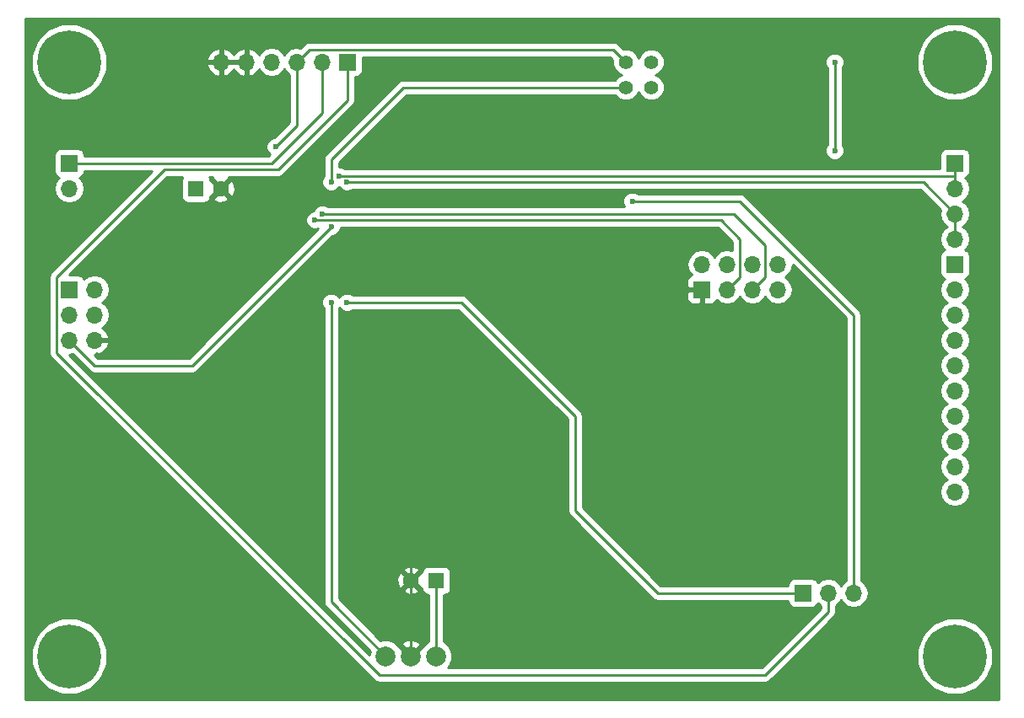
<source format=gbl>
G04 #@! TF.FileFunction,Copper,L2,Bot,Signal*
%FSLAX46Y46*%
G04 Gerber Fmt 4.6, Leading zero omitted, Abs format (unit mm)*
G04 Created by KiCad (PCBNEW 4.0.4+e1-6308~48~ubuntu15.10.1-stable) date Tue Feb  7 13:56:33 2017*
%MOMM*%
%LPD*%
G01*
G04 APERTURE LIST*
%ADD10C,0.100000*%
%ADD11C,2.000000*%
%ADD12C,1.400000*%
%ADD13R,1.700000X1.700000*%
%ADD14O,1.700000X1.700000*%
%ADD15R,1.600000X1.600000*%
%ADD16C,1.600000*%
%ADD17C,6.400000*%
%ADD18C,0.600000*%
%ADD19C,0.250000*%
%ADD20C,0.254000*%
G04 APERTURE END LIST*
D10*
D11*
X107950000Y-107950000D03*
X110490000Y-107950000D03*
X113030000Y-107950000D03*
D12*
X132080000Y-48260000D03*
X134620000Y-48260000D03*
X134620000Y-50800000D03*
X132080000Y-50800000D03*
D13*
X76200000Y-58420000D03*
D14*
X76200000Y-60960000D03*
D13*
X149860000Y-101600000D03*
D14*
X152400000Y-101600000D03*
X154940000Y-101600000D03*
D13*
X165100000Y-68580000D03*
D14*
X165100000Y-71120000D03*
X165100000Y-73660000D03*
X165100000Y-76200000D03*
X165100000Y-78740000D03*
X165100000Y-81280000D03*
X165100000Y-83820000D03*
X165100000Y-86360000D03*
X165100000Y-88900000D03*
X165100000Y-91440000D03*
D13*
X76200000Y-71120000D03*
D14*
X78740000Y-71120000D03*
X76200000Y-73660000D03*
X78740000Y-73660000D03*
X76200000Y-76200000D03*
X78740000Y-76200000D03*
D13*
X139700000Y-71120000D03*
D14*
X139700000Y-68580000D03*
X142240000Y-71120000D03*
X142240000Y-68580000D03*
X144780000Y-71120000D03*
X144780000Y-68580000D03*
X147320000Y-71120000D03*
X147320000Y-68580000D03*
D13*
X104140000Y-48260000D03*
D14*
X101600000Y-48260000D03*
X99060000Y-48260000D03*
X96520000Y-48260000D03*
X93980000Y-48260000D03*
X91440000Y-48260000D03*
D13*
X165100000Y-58420000D03*
D14*
X165100000Y-60960000D03*
X165100000Y-63500000D03*
X165100000Y-66040000D03*
D15*
X88900000Y-60960000D03*
D16*
X91400000Y-60960000D03*
D15*
X113030000Y-100330000D03*
D16*
X110530000Y-100330000D03*
D17*
X76200000Y-48260000D03*
X165100000Y-48260000D03*
X165100000Y-107950000D03*
X76200000Y-107950000D03*
D18*
X128270000Y-85090000D03*
X127000000Y-97790000D03*
X134620000Y-97790000D03*
X134620000Y-93345000D03*
X114935000Y-67945000D03*
X111125000Y-67945000D03*
X93345000Y-68580000D03*
X132080000Y-77470000D03*
X136525000Y-77470000D03*
X93345000Y-66040000D03*
X96774000Y-66421000D03*
X96901000Y-56769000D03*
X104089200Y-72390000D03*
X102489000Y-72390000D03*
X104076500Y-60325000D03*
X103251000Y-59690000D03*
X102489000Y-64770000D03*
X102489000Y-60325000D03*
X101600000Y-63500000D03*
X100838000Y-64135000D03*
X132715000Y-62230000D03*
X153035000Y-48260000D03*
X153035000Y-57150000D03*
D19*
X134620000Y-95250000D02*
X130810000Y-95250000D01*
X128270000Y-92710000D02*
X128270000Y-85090000D01*
X130810000Y-95250000D02*
X128270000Y-92710000D01*
X110530000Y-99020000D02*
X111760000Y-97790000D01*
X111760000Y-97790000D02*
X127000000Y-97790000D01*
X134620000Y-97790000D02*
X134620000Y-95250000D01*
X134620000Y-95250000D02*
X134620000Y-93345000D01*
X110530000Y-100330000D02*
X110530000Y-99020000D01*
X111125000Y-67945000D02*
X114935000Y-67945000D01*
X110530000Y-100330000D02*
X110530000Y-107910000D01*
X110530000Y-107910000D02*
X110490000Y-107950000D01*
X132080000Y-77470000D02*
X136525000Y-77470000D01*
X139700000Y-74295000D02*
X139700000Y-71120000D01*
X136525000Y-77470000D02*
X139700000Y-74295000D01*
X93345000Y-66040000D02*
X93345000Y-68580000D01*
X96774000Y-66421000D02*
X96393000Y-66040000D01*
X96393000Y-66040000D02*
X93345000Y-66040000D01*
X93345000Y-68580000D02*
X85725000Y-76200000D01*
X85725000Y-76200000D02*
X78740000Y-76200000D01*
X91400000Y-60960000D02*
X91440000Y-60960000D01*
X152400000Y-101600000D02*
X152400000Y-103505000D01*
X104140000Y-52070000D02*
X104140000Y-48260000D01*
X97155000Y-59055000D02*
X104140000Y-52070000D01*
X85725000Y-59055000D02*
X97155000Y-59055000D01*
X74930000Y-69850000D02*
X85725000Y-59055000D01*
X74930000Y-77470000D02*
X74930000Y-69850000D01*
X107315000Y-109855000D02*
X74930000Y-77470000D01*
X111760000Y-109855000D02*
X107315000Y-109855000D01*
X152400000Y-103505000D02*
X146050000Y-109855000D01*
X146050000Y-109855000D02*
X113030000Y-109855000D01*
X113030000Y-109855000D02*
X111760000Y-109855000D01*
X99060000Y-48260000D02*
X100330000Y-46990000D01*
X130810000Y-46990000D02*
X132080000Y-48260000D01*
X100330000Y-46990000D02*
X130810000Y-46990000D01*
X99060000Y-48260000D02*
X99060000Y-54610000D01*
X99060000Y-54610000D02*
X96901000Y-56769000D01*
X76200000Y-58420000D02*
X80010000Y-58420000D01*
X80010000Y-58420000D02*
X80010000Y-58420000D01*
X80010000Y-58420000D02*
X96520000Y-58420000D01*
X96520000Y-58420000D02*
X101600000Y-53340000D01*
X101600000Y-53340000D02*
X101600000Y-48260000D01*
X135255000Y-101600000D02*
X149860000Y-101600000D01*
X127000000Y-93345000D02*
X135255000Y-101600000D01*
X127000000Y-83820000D02*
X127000000Y-93345000D01*
X115570000Y-72390000D02*
X127000000Y-83820000D01*
X104089200Y-72390000D02*
X115570000Y-72390000D01*
X102489000Y-72390000D02*
X102489000Y-102489000D01*
X102489000Y-102489000D02*
X107950000Y-107950000D01*
X161925000Y-60325000D02*
X104076500Y-60325000D01*
X165100000Y-63500000D02*
X161925000Y-60325000D01*
X165100000Y-63500000D02*
X165100000Y-66040000D01*
X165100000Y-58420000D02*
X165100000Y-59690000D01*
X165100000Y-59690000D02*
X165100000Y-60960000D01*
X103251000Y-59690000D02*
X165100000Y-59690000D01*
X78740000Y-78740000D02*
X76200000Y-76200000D01*
X88519000Y-78740000D02*
X78740000Y-78740000D01*
X102489000Y-64770000D02*
X88519000Y-78740000D01*
X111125000Y-50800000D02*
X132080000Y-50800000D01*
X109728000Y-50800000D02*
X111125000Y-50800000D01*
X102489000Y-58039000D02*
X109728000Y-50800000D01*
X102489000Y-60325000D02*
X102489000Y-58039000D01*
X101600000Y-63500000D02*
X102235000Y-63500000D01*
X102235000Y-63500000D02*
X113665000Y-63500000D01*
X113665000Y-63500000D02*
X125095000Y-63500000D01*
X125095000Y-63500000D02*
X142875000Y-63500000D01*
X142875000Y-63500000D02*
X146050000Y-66675000D01*
X146050000Y-66675000D02*
X146050000Y-69850000D01*
X146050000Y-69850000D02*
X144780000Y-71120000D01*
X143510000Y-69850000D02*
X142240000Y-71120000D01*
X143510000Y-66040000D02*
X143510000Y-69850000D01*
X141605000Y-64135000D02*
X143510000Y-66040000D01*
X118237000Y-64135000D02*
X141605000Y-64135000D01*
X115062000Y-64135000D02*
X118237000Y-64135000D01*
X100838000Y-64135000D02*
X115062000Y-64135000D01*
X154940000Y-101600000D02*
X154940000Y-73660000D01*
X143510000Y-62230000D02*
X132715000Y-62230000D01*
X154940000Y-73660000D02*
X143510000Y-62230000D01*
X153035000Y-57150000D02*
X153035000Y-48260000D01*
X113030000Y-107950000D02*
X113030000Y-100330000D01*
D20*
G36*
X169470000Y-112320000D02*
X71830000Y-112320000D01*
X71830000Y-108709482D01*
X72364336Y-108709482D01*
X72946950Y-110119515D01*
X74024811Y-111199259D01*
X75433825Y-111784333D01*
X76959482Y-111785664D01*
X78369515Y-111203050D01*
X79449259Y-110125189D01*
X80034333Y-108716175D01*
X80035664Y-107190518D01*
X79453050Y-105780485D01*
X78375189Y-104700741D01*
X76966175Y-104115667D01*
X75440518Y-104114336D01*
X74030485Y-104696950D01*
X72950741Y-105774811D01*
X72365667Y-107183825D01*
X72364336Y-108709482D01*
X71830000Y-108709482D01*
X71830000Y-69850000D01*
X74170000Y-69850000D01*
X74170000Y-77470000D01*
X74227852Y-77760839D01*
X74392599Y-78007401D01*
X106777599Y-110392401D01*
X107024160Y-110557148D01*
X107315000Y-110615000D01*
X146050000Y-110615000D01*
X146340839Y-110557148D01*
X146587401Y-110392401D01*
X148270320Y-108709482D01*
X161264336Y-108709482D01*
X161846950Y-110119515D01*
X162924811Y-111199259D01*
X164333825Y-111784333D01*
X165859482Y-111785664D01*
X167269515Y-111203050D01*
X168349259Y-110125189D01*
X168934333Y-108716175D01*
X168935664Y-107190518D01*
X168353050Y-105780485D01*
X167275189Y-104700741D01*
X165866175Y-104115667D01*
X164340518Y-104114336D01*
X162930485Y-104696950D01*
X161850741Y-105774811D01*
X161265667Y-107183825D01*
X161264336Y-108709482D01*
X148270320Y-108709482D01*
X152937401Y-104042401D01*
X153102148Y-103795839D01*
X153160000Y-103505000D01*
X153160000Y-102872954D01*
X153450054Y-102679147D01*
X153670000Y-102349974D01*
X153889946Y-102679147D01*
X154371715Y-103001054D01*
X154940000Y-103114093D01*
X155508285Y-103001054D01*
X155990054Y-102679147D01*
X156311961Y-102197378D01*
X156425000Y-101629093D01*
X156425000Y-101570907D01*
X156311961Y-101002622D01*
X155990054Y-100520853D01*
X155700000Y-100327046D01*
X155700000Y-73660000D01*
X155642148Y-73369161D01*
X155477401Y-73122599D01*
X144047401Y-61692599D01*
X143800839Y-61527852D01*
X143510000Y-61470000D01*
X133277463Y-61470000D01*
X133245327Y-61437808D01*
X132901799Y-61295162D01*
X132529833Y-61294838D01*
X132186057Y-61436883D01*
X131922808Y-61699673D01*
X131780162Y-62043201D01*
X131779838Y-62415167D01*
X131914056Y-62740000D01*
X102162463Y-62740000D01*
X102130327Y-62707808D01*
X101786799Y-62565162D01*
X101414833Y-62564838D01*
X101071057Y-62706883D01*
X100807808Y-62969673D01*
X100712213Y-63199890D01*
X100652833Y-63199838D01*
X100309057Y-63341883D01*
X100045808Y-63604673D01*
X99903162Y-63948201D01*
X99902838Y-64320167D01*
X100044883Y-64663943D01*
X100307673Y-64927192D01*
X100651201Y-65069838D01*
X101023167Y-65070162D01*
X101178020Y-65006178D01*
X88204198Y-77980000D01*
X79054802Y-77980000D01*
X78759802Y-77685000D01*
X78867002Y-77685000D01*
X78867002Y-77520820D01*
X79096892Y-77641486D01*
X79621358Y-77395183D01*
X80011645Y-76966924D01*
X80181476Y-76556890D01*
X80060155Y-76327000D01*
X78867000Y-76327000D01*
X78867000Y-76347000D01*
X78613000Y-76347000D01*
X78613000Y-76327000D01*
X78593000Y-76327000D01*
X78593000Y-76073000D01*
X78613000Y-76073000D01*
X78613000Y-76053000D01*
X78867000Y-76053000D01*
X78867000Y-76073000D01*
X80060155Y-76073000D01*
X80181476Y-75843110D01*
X80011645Y-75433076D01*
X79621358Y-75004817D01*
X79478447Y-74937702D01*
X79819147Y-74710054D01*
X80141054Y-74228285D01*
X80254093Y-73660000D01*
X80141054Y-73091715D01*
X79819147Y-72609946D01*
X79489974Y-72390000D01*
X79819147Y-72170054D01*
X80141054Y-71688285D01*
X80254093Y-71120000D01*
X80141054Y-70551715D01*
X79819147Y-70069946D01*
X79337378Y-69748039D01*
X78769093Y-69635000D01*
X78710907Y-69635000D01*
X78142622Y-69748039D01*
X77660853Y-70069946D01*
X77660029Y-70071179D01*
X77653162Y-70034683D01*
X77514090Y-69818559D01*
X77301890Y-69673569D01*
X77050000Y-69622560D01*
X76232242Y-69622560D01*
X86039802Y-59815000D01*
X87567188Y-59815000D01*
X87503569Y-59908110D01*
X87452560Y-60160000D01*
X87452560Y-61760000D01*
X87496838Y-61995317D01*
X87635910Y-62211441D01*
X87848110Y-62356431D01*
X88100000Y-62407440D01*
X89700000Y-62407440D01*
X89935317Y-62363162D01*
X90151441Y-62224090D01*
X90296431Y-62011890D01*
X90305370Y-61967745D01*
X90571861Y-61967745D01*
X90645995Y-62213864D01*
X91183223Y-62406965D01*
X91753454Y-62379778D01*
X92154005Y-62213864D01*
X92228139Y-61967745D01*
X91400000Y-61139605D01*
X90571861Y-61967745D01*
X90305370Y-61967745D01*
X90344646Y-61773799D01*
X90392255Y-61788139D01*
X91220395Y-60960000D01*
X91579605Y-60960000D01*
X92407745Y-61788139D01*
X92653864Y-61714005D01*
X92846965Y-61176777D01*
X92819778Y-60606546D01*
X92653864Y-60205995D01*
X92407745Y-60131861D01*
X91579605Y-60960000D01*
X91220395Y-60960000D01*
X90392255Y-60131861D01*
X90344833Y-60146145D01*
X90303162Y-59924683D01*
X90232583Y-59815000D01*
X90613204Y-59815000D01*
X90571861Y-59952255D01*
X91400000Y-60780395D01*
X92228139Y-59952255D01*
X92186796Y-59815000D01*
X97155000Y-59815000D01*
X97445839Y-59757148D01*
X97692401Y-59592401D01*
X104677401Y-52607401D01*
X104842148Y-52360839D01*
X104900000Y-52070000D01*
X104900000Y-49757440D01*
X104990000Y-49757440D01*
X105225317Y-49713162D01*
X105441441Y-49574090D01*
X105586431Y-49361890D01*
X105637440Y-49110000D01*
X105637440Y-47750000D01*
X130495198Y-47750000D01*
X130745226Y-48000028D01*
X130744769Y-48524383D01*
X130947582Y-49015229D01*
X131322796Y-49391098D01*
X131657527Y-49530091D01*
X131324771Y-49667582D01*
X130951703Y-50040000D01*
X109728000Y-50040000D01*
X109437161Y-50097852D01*
X109190599Y-50262599D01*
X101951599Y-57501599D01*
X101786852Y-57748161D01*
X101729000Y-58039000D01*
X101729000Y-59762537D01*
X101696808Y-59794673D01*
X101554162Y-60138201D01*
X101553838Y-60510167D01*
X101695883Y-60853943D01*
X101958673Y-61117192D01*
X102302201Y-61259838D01*
X102674167Y-61260162D01*
X103017943Y-61118117D01*
X103281192Y-60855327D01*
X103282577Y-60851992D01*
X103283383Y-60853943D01*
X103546173Y-61117192D01*
X103889701Y-61259838D01*
X104261667Y-61260162D01*
X104605443Y-61118117D01*
X104638618Y-61085000D01*
X161610198Y-61085000D01*
X163658790Y-63133592D01*
X163585907Y-63500000D01*
X163698946Y-64068285D01*
X164020853Y-64550054D01*
X164340000Y-64763301D01*
X164340000Y-64776699D01*
X164020853Y-64989946D01*
X163698946Y-65471715D01*
X163585907Y-66040000D01*
X163698946Y-66608285D01*
X164020853Y-67090054D01*
X164062452Y-67117850D01*
X164014683Y-67126838D01*
X163798559Y-67265910D01*
X163653569Y-67478110D01*
X163602560Y-67730000D01*
X163602560Y-69430000D01*
X163646838Y-69665317D01*
X163785910Y-69881441D01*
X163998110Y-70026431D01*
X164065541Y-70040086D01*
X164020853Y-70069946D01*
X163698946Y-70551715D01*
X163585907Y-71120000D01*
X163698946Y-71688285D01*
X164020853Y-72170054D01*
X164350026Y-72390000D01*
X164020853Y-72609946D01*
X163698946Y-73091715D01*
X163585907Y-73660000D01*
X163698946Y-74228285D01*
X164020853Y-74710054D01*
X164350026Y-74930000D01*
X164020853Y-75149946D01*
X163698946Y-75631715D01*
X163585907Y-76200000D01*
X163698946Y-76768285D01*
X164020853Y-77250054D01*
X164350026Y-77470000D01*
X164020853Y-77689946D01*
X163698946Y-78171715D01*
X163585907Y-78740000D01*
X163698946Y-79308285D01*
X164020853Y-79790054D01*
X164350026Y-80010000D01*
X164020853Y-80229946D01*
X163698946Y-80711715D01*
X163585907Y-81280000D01*
X163698946Y-81848285D01*
X164020853Y-82330054D01*
X164350026Y-82550000D01*
X164020853Y-82769946D01*
X163698946Y-83251715D01*
X163585907Y-83820000D01*
X163698946Y-84388285D01*
X164020853Y-84870054D01*
X164350026Y-85090000D01*
X164020853Y-85309946D01*
X163698946Y-85791715D01*
X163585907Y-86360000D01*
X163698946Y-86928285D01*
X164020853Y-87410054D01*
X164350026Y-87630000D01*
X164020853Y-87849946D01*
X163698946Y-88331715D01*
X163585907Y-88900000D01*
X163698946Y-89468285D01*
X164020853Y-89950054D01*
X164350026Y-90170000D01*
X164020853Y-90389946D01*
X163698946Y-90871715D01*
X163585907Y-91440000D01*
X163698946Y-92008285D01*
X164020853Y-92490054D01*
X164502622Y-92811961D01*
X165070907Y-92925000D01*
X165129093Y-92925000D01*
X165697378Y-92811961D01*
X166179147Y-92490054D01*
X166501054Y-92008285D01*
X166614093Y-91440000D01*
X166501054Y-90871715D01*
X166179147Y-90389946D01*
X165849974Y-90170000D01*
X166179147Y-89950054D01*
X166501054Y-89468285D01*
X166614093Y-88900000D01*
X166501054Y-88331715D01*
X166179147Y-87849946D01*
X165849974Y-87630000D01*
X166179147Y-87410054D01*
X166501054Y-86928285D01*
X166614093Y-86360000D01*
X166501054Y-85791715D01*
X166179147Y-85309946D01*
X165849974Y-85090000D01*
X166179147Y-84870054D01*
X166501054Y-84388285D01*
X166614093Y-83820000D01*
X166501054Y-83251715D01*
X166179147Y-82769946D01*
X165849974Y-82550000D01*
X166179147Y-82330054D01*
X166501054Y-81848285D01*
X166614093Y-81280000D01*
X166501054Y-80711715D01*
X166179147Y-80229946D01*
X165849974Y-80010000D01*
X166179147Y-79790054D01*
X166501054Y-79308285D01*
X166614093Y-78740000D01*
X166501054Y-78171715D01*
X166179147Y-77689946D01*
X165849974Y-77470000D01*
X166179147Y-77250054D01*
X166501054Y-76768285D01*
X166614093Y-76200000D01*
X166501054Y-75631715D01*
X166179147Y-75149946D01*
X165849974Y-74930000D01*
X166179147Y-74710054D01*
X166501054Y-74228285D01*
X166614093Y-73660000D01*
X166501054Y-73091715D01*
X166179147Y-72609946D01*
X165849974Y-72390000D01*
X166179147Y-72170054D01*
X166501054Y-71688285D01*
X166614093Y-71120000D01*
X166501054Y-70551715D01*
X166179147Y-70069946D01*
X166137548Y-70042150D01*
X166185317Y-70033162D01*
X166401441Y-69894090D01*
X166546431Y-69681890D01*
X166597440Y-69430000D01*
X166597440Y-67730000D01*
X166553162Y-67494683D01*
X166414090Y-67278559D01*
X166201890Y-67133569D01*
X166134459Y-67119914D01*
X166179147Y-67090054D01*
X166501054Y-66608285D01*
X166614093Y-66040000D01*
X166501054Y-65471715D01*
X166179147Y-64989946D01*
X165860000Y-64776699D01*
X165860000Y-64763301D01*
X166179147Y-64550054D01*
X166501054Y-64068285D01*
X166614093Y-63500000D01*
X166501054Y-62931715D01*
X166179147Y-62449946D01*
X165849974Y-62230000D01*
X166179147Y-62010054D01*
X166501054Y-61528285D01*
X166614093Y-60960000D01*
X166501054Y-60391715D01*
X166179147Y-59909946D01*
X166137548Y-59882150D01*
X166185317Y-59873162D01*
X166401441Y-59734090D01*
X166546431Y-59521890D01*
X166597440Y-59270000D01*
X166597440Y-57570000D01*
X166553162Y-57334683D01*
X166414090Y-57118559D01*
X166201890Y-56973569D01*
X165950000Y-56922560D01*
X164250000Y-56922560D01*
X164014683Y-56966838D01*
X163798559Y-57105910D01*
X163653569Y-57318110D01*
X163602560Y-57570000D01*
X163602560Y-58930000D01*
X103813463Y-58930000D01*
X103781327Y-58897808D01*
X103437799Y-58755162D01*
X103249000Y-58754998D01*
X103249000Y-58353802D01*
X110042802Y-51560000D01*
X130952345Y-51560000D01*
X131322796Y-51931098D01*
X131813287Y-52134768D01*
X132344383Y-52135231D01*
X132835229Y-51932418D01*
X133211098Y-51557204D01*
X133350091Y-51222473D01*
X133487582Y-51555229D01*
X133862796Y-51931098D01*
X134353287Y-52134768D01*
X134884383Y-52135231D01*
X135375229Y-51932418D01*
X135751098Y-51557204D01*
X135954768Y-51066713D01*
X135955231Y-50535617D01*
X135752418Y-50044771D01*
X135377204Y-49668902D01*
X135042473Y-49529909D01*
X135375229Y-49392418D01*
X135751098Y-49017204D01*
X135954768Y-48526713D01*
X135954839Y-48445167D01*
X152099838Y-48445167D01*
X152241883Y-48788943D01*
X152275000Y-48822118D01*
X152275000Y-56587537D01*
X152242808Y-56619673D01*
X152100162Y-56963201D01*
X152099838Y-57335167D01*
X152241883Y-57678943D01*
X152504673Y-57942192D01*
X152848201Y-58084838D01*
X153220167Y-58085162D01*
X153563943Y-57943117D01*
X153827192Y-57680327D01*
X153969838Y-57336799D01*
X153970162Y-56964833D01*
X153828117Y-56621057D01*
X153795000Y-56587882D01*
X153795000Y-49019482D01*
X161264336Y-49019482D01*
X161846950Y-50429515D01*
X162924811Y-51509259D01*
X164333825Y-52094333D01*
X165859482Y-52095664D01*
X167269515Y-51513050D01*
X168349259Y-50435189D01*
X168934333Y-49026175D01*
X168935664Y-47500518D01*
X168353050Y-46090485D01*
X167275189Y-45010741D01*
X165866175Y-44425667D01*
X164340518Y-44424336D01*
X162930485Y-45006950D01*
X161850741Y-46084811D01*
X161265667Y-47493825D01*
X161264336Y-49019482D01*
X153795000Y-49019482D01*
X153795000Y-48822463D01*
X153827192Y-48790327D01*
X153969838Y-48446799D01*
X153970162Y-48074833D01*
X153828117Y-47731057D01*
X153565327Y-47467808D01*
X153221799Y-47325162D01*
X152849833Y-47324838D01*
X152506057Y-47466883D01*
X152242808Y-47729673D01*
X152100162Y-48073201D01*
X152099838Y-48445167D01*
X135954839Y-48445167D01*
X135955231Y-47995617D01*
X135752418Y-47504771D01*
X135377204Y-47128902D01*
X134886713Y-46925232D01*
X134355617Y-46924769D01*
X133864771Y-47127582D01*
X133488902Y-47502796D01*
X133349909Y-47837527D01*
X133212418Y-47504771D01*
X132837204Y-47128902D01*
X132346713Y-46925232D01*
X131819574Y-46924772D01*
X131347401Y-46452599D01*
X131100839Y-46287852D01*
X130810000Y-46230000D01*
X100330000Y-46230000D01*
X100039160Y-46287852D01*
X99792599Y-46452599D01*
X99426408Y-46818790D01*
X99060000Y-46745907D01*
X98491715Y-46858946D01*
X98009946Y-47180853D01*
X97790000Y-47510026D01*
X97570054Y-47180853D01*
X97088285Y-46858946D01*
X96520000Y-46745907D01*
X95951715Y-46858946D01*
X95469946Y-47180853D01*
X95242298Y-47521553D01*
X95175183Y-47378642D01*
X94746924Y-46988355D01*
X94336890Y-46818524D01*
X94107000Y-46939845D01*
X94107000Y-48133000D01*
X94127000Y-48133000D01*
X94127000Y-48387000D01*
X94107000Y-48387000D01*
X94107000Y-49580155D01*
X94336890Y-49701476D01*
X94746924Y-49531645D01*
X95175183Y-49141358D01*
X95242298Y-48998447D01*
X95469946Y-49339147D01*
X95951715Y-49661054D01*
X96520000Y-49774093D01*
X97088285Y-49661054D01*
X97570054Y-49339147D01*
X97790000Y-49009974D01*
X98009946Y-49339147D01*
X98300000Y-49532954D01*
X98300000Y-54295198D01*
X96761320Y-55833878D01*
X96715833Y-55833838D01*
X96372057Y-55975883D01*
X96108808Y-56238673D01*
X95966162Y-56582201D01*
X95965838Y-56954167D01*
X96107883Y-57297943D01*
X96337369Y-57527829D01*
X96205198Y-57660000D01*
X77697440Y-57660000D01*
X77697440Y-57570000D01*
X77653162Y-57334683D01*
X77514090Y-57118559D01*
X77301890Y-56973569D01*
X77050000Y-56922560D01*
X75350000Y-56922560D01*
X75114683Y-56966838D01*
X74898559Y-57105910D01*
X74753569Y-57318110D01*
X74702560Y-57570000D01*
X74702560Y-59270000D01*
X74746838Y-59505317D01*
X74885910Y-59721441D01*
X75098110Y-59866431D01*
X75165541Y-59880086D01*
X75120853Y-59909946D01*
X74798946Y-60391715D01*
X74685907Y-60960000D01*
X74798946Y-61528285D01*
X75120853Y-62010054D01*
X75602622Y-62331961D01*
X76170907Y-62445000D01*
X76229093Y-62445000D01*
X76797378Y-62331961D01*
X77279147Y-62010054D01*
X77601054Y-61528285D01*
X77714093Y-60960000D01*
X77601054Y-60391715D01*
X77279147Y-59909946D01*
X77237548Y-59882150D01*
X77285317Y-59873162D01*
X77501441Y-59734090D01*
X77646431Y-59521890D01*
X77697440Y-59270000D01*
X77697440Y-59180000D01*
X84525198Y-59180000D01*
X74392599Y-69312599D01*
X74227852Y-69559161D01*
X74170000Y-69850000D01*
X71830000Y-69850000D01*
X71830000Y-49019482D01*
X72364336Y-49019482D01*
X72946950Y-50429515D01*
X74024811Y-51509259D01*
X75433825Y-52094333D01*
X76959482Y-52095664D01*
X78369515Y-51513050D01*
X79449259Y-50435189D01*
X80034333Y-49026175D01*
X80034690Y-48616892D01*
X89998514Y-48616892D01*
X90244817Y-49141358D01*
X90673076Y-49531645D01*
X91083110Y-49701476D01*
X91313000Y-49580155D01*
X91313000Y-48387000D01*
X91567000Y-48387000D01*
X91567000Y-49580155D01*
X91796890Y-49701476D01*
X92206924Y-49531645D01*
X92635183Y-49141358D01*
X92710000Y-48982046D01*
X92784817Y-49141358D01*
X93213076Y-49531645D01*
X93623110Y-49701476D01*
X93853000Y-49580155D01*
X93853000Y-48387000D01*
X91567000Y-48387000D01*
X91313000Y-48387000D01*
X90119181Y-48387000D01*
X89998514Y-48616892D01*
X80034690Y-48616892D01*
X80035312Y-47903108D01*
X89998514Y-47903108D01*
X90119181Y-48133000D01*
X91313000Y-48133000D01*
X91313000Y-46939845D01*
X91567000Y-46939845D01*
X91567000Y-48133000D01*
X93853000Y-48133000D01*
X93853000Y-46939845D01*
X93623110Y-46818524D01*
X93213076Y-46988355D01*
X92784817Y-47378642D01*
X92710000Y-47537954D01*
X92635183Y-47378642D01*
X92206924Y-46988355D01*
X91796890Y-46818524D01*
X91567000Y-46939845D01*
X91313000Y-46939845D01*
X91083110Y-46818524D01*
X90673076Y-46988355D01*
X90244817Y-47378642D01*
X89998514Y-47903108D01*
X80035312Y-47903108D01*
X80035664Y-47500518D01*
X79453050Y-46090485D01*
X78375189Y-45010741D01*
X76966175Y-44425667D01*
X75440518Y-44424336D01*
X74030485Y-45006950D01*
X72950741Y-46084811D01*
X72365667Y-47493825D01*
X72364336Y-49019482D01*
X71830000Y-49019482D01*
X71830000Y-43890000D01*
X169470000Y-43890000D01*
X169470000Y-112320000D01*
X169470000Y-112320000D01*
G37*
X169470000Y-112320000D02*
X71830000Y-112320000D01*
X71830000Y-108709482D01*
X72364336Y-108709482D01*
X72946950Y-110119515D01*
X74024811Y-111199259D01*
X75433825Y-111784333D01*
X76959482Y-111785664D01*
X78369515Y-111203050D01*
X79449259Y-110125189D01*
X80034333Y-108716175D01*
X80035664Y-107190518D01*
X79453050Y-105780485D01*
X78375189Y-104700741D01*
X76966175Y-104115667D01*
X75440518Y-104114336D01*
X74030485Y-104696950D01*
X72950741Y-105774811D01*
X72365667Y-107183825D01*
X72364336Y-108709482D01*
X71830000Y-108709482D01*
X71830000Y-69850000D01*
X74170000Y-69850000D01*
X74170000Y-77470000D01*
X74227852Y-77760839D01*
X74392599Y-78007401D01*
X106777599Y-110392401D01*
X107024160Y-110557148D01*
X107315000Y-110615000D01*
X146050000Y-110615000D01*
X146340839Y-110557148D01*
X146587401Y-110392401D01*
X148270320Y-108709482D01*
X161264336Y-108709482D01*
X161846950Y-110119515D01*
X162924811Y-111199259D01*
X164333825Y-111784333D01*
X165859482Y-111785664D01*
X167269515Y-111203050D01*
X168349259Y-110125189D01*
X168934333Y-108716175D01*
X168935664Y-107190518D01*
X168353050Y-105780485D01*
X167275189Y-104700741D01*
X165866175Y-104115667D01*
X164340518Y-104114336D01*
X162930485Y-104696950D01*
X161850741Y-105774811D01*
X161265667Y-107183825D01*
X161264336Y-108709482D01*
X148270320Y-108709482D01*
X152937401Y-104042401D01*
X153102148Y-103795839D01*
X153160000Y-103505000D01*
X153160000Y-102872954D01*
X153450054Y-102679147D01*
X153670000Y-102349974D01*
X153889946Y-102679147D01*
X154371715Y-103001054D01*
X154940000Y-103114093D01*
X155508285Y-103001054D01*
X155990054Y-102679147D01*
X156311961Y-102197378D01*
X156425000Y-101629093D01*
X156425000Y-101570907D01*
X156311961Y-101002622D01*
X155990054Y-100520853D01*
X155700000Y-100327046D01*
X155700000Y-73660000D01*
X155642148Y-73369161D01*
X155477401Y-73122599D01*
X144047401Y-61692599D01*
X143800839Y-61527852D01*
X143510000Y-61470000D01*
X133277463Y-61470000D01*
X133245327Y-61437808D01*
X132901799Y-61295162D01*
X132529833Y-61294838D01*
X132186057Y-61436883D01*
X131922808Y-61699673D01*
X131780162Y-62043201D01*
X131779838Y-62415167D01*
X131914056Y-62740000D01*
X102162463Y-62740000D01*
X102130327Y-62707808D01*
X101786799Y-62565162D01*
X101414833Y-62564838D01*
X101071057Y-62706883D01*
X100807808Y-62969673D01*
X100712213Y-63199890D01*
X100652833Y-63199838D01*
X100309057Y-63341883D01*
X100045808Y-63604673D01*
X99903162Y-63948201D01*
X99902838Y-64320167D01*
X100044883Y-64663943D01*
X100307673Y-64927192D01*
X100651201Y-65069838D01*
X101023167Y-65070162D01*
X101178020Y-65006178D01*
X88204198Y-77980000D01*
X79054802Y-77980000D01*
X78759802Y-77685000D01*
X78867002Y-77685000D01*
X78867002Y-77520820D01*
X79096892Y-77641486D01*
X79621358Y-77395183D01*
X80011645Y-76966924D01*
X80181476Y-76556890D01*
X80060155Y-76327000D01*
X78867000Y-76327000D01*
X78867000Y-76347000D01*
X78613000Y-76347000D01*
X78613000Y-76327000D01*
X78593000Y-76327000D01*
X78593000Y-76073000D01*
X78613000Y-76073000D01*
X78613000Y-76053000D01*
X78867000Y-76053000D01*
X78867000Y-76073000D01*
X80060155Y-76073000D01*
X80181476Y-75843110D01*
X80011645Y-75433076D01*
X79621358Y-75004817D01*
X79478447Y-74937702D01*
X79819147Y-74710054D01*
X80141054Y-74228285D01*
X80254093Y-73660000D01*
X80141054Y-73091715D01*
X79819147Y-72609946D01*
X79489974Y-72390000D01*
X79819147Y-72170054D01*
X80141054Y-71688285D01*
X80254093Y-71120000D01*
X80141054Y-70551715D01*
X79819147Y-70069946D01*
X79337378Y-69748039D01*
X78769093Y-69635000D01*
X78710907Y-69635000D01*
X78142622Y-69748039D01*
X77660853Y-70069946D01*
X77660029Y-70071179D01*
X77653162Y-70034683D01*
X77514090Y-69818559D01*
X77301890Y-69673569D01*
X77050000Y-69622560D01*
X76232242Y-69622560D01*
X86039802Y-59815000D01*
X87567188Y-59815000D01*
X87503569Y-59908110D01*
X87452560Y-60160000D01*
X87452560Y-61760000D01*
X87496838Y-61995317D01*
X87635910Y-62211441D01*
X87848110Y-62356431D01*
X88100000Y-62407440D01*
X89700000Y-62407440D01*
X89935317Y-62363162D01*
X90151441Y-62224090D01*
X90296431Y-62011890D01*
X90305370Y-61967745D01*
X90571861Y-61967745D01*
X90645995Y-62213864D01*
X91183223Y-62406965D01*
X91753454Y-62379778D01*
X92154005Y-62213864D01*
X92228139Y-61967745D01*
X91400000Y-61139605D01*
X90571861Y-61967745D01*
X90305370Y-61967745D01*
X90344646Y-61773799D01*
X90392255Y-61788139D01*
X91220395Y-60960000D01*
X91579605Y-60960000D01*
X92407745Y-61788139D01*
X92653864Y-61714005D01*
X92846965Y-61176777D01*
X92819778Y-60606546D01*
X92653864Y-60205995D01*
X92407745Y-60131861D01*
X91579605Y-60960000D01*
X91220395Y-60960000D01*
X90392255Y-60131861D01*
X90344833Y-60146145D01*
X90303162Y-59924683D01*
X90232583Y-59815000D01*
X90613204Y-59815000D01*
X90571861Y-59952255D01*
X91400000Y-60780395D01*
X92228139Y-59952255D01*
X92186796Y-59815000D01*
X97155000Y-59815000D01*
X97445839Y-59757148D01*
X97692401Y-59592401D01*
X104677401Y-52607401D01*
X104842148Y-52360839D01*
X104900000Y-52070000D01*
X104900000Y-49757440D01*
X104990000Y-49757440D01*
X105225317Y-49713162D01*
X105441441Y-49574090D01*
X105586431Y-49361890D01*
X105637440Y-49110000D01*
X105637440Y-47750000D01*
X130495198Y-47750000D01*
X130745226Y-48000028D01*
X130744769Y-48524383D01*
X130947582Y-49015229D01*
X131322796Y-49391098D01*
X131657527Y-49530091D01*
X131324771Y-49667582D01*
X130951703Y-50040000D01*
X109728000Y-50040000D01*
X109437161Y-50097852D01*
X109190599Y-50262599D01*
X101951599Y-57501599D01*
X101786852Y-57748161D01*
X101729000Y-58039000D01*
X101729000Y-59762537D01*
X101696808Y-59794673D01*
X101554162Y-60138201D01*
X101553838Y-60510167D01*
X101695883Y-60853943D01*
X101958673Y-61117192D01*
X102302201Y-61259838D01*
X102674167Y-61260162D01*
X103017943Y-61118117D01*
X103281192Y-60855327D01*
X103282577Y-60851992D01*
X103283383Y-60853943D01*
X103546173Y-61117192D01*
X103889701Y-61259838D01*
X104261667Y-61260162D01*
X104605443Y-61118117D01*
X104638618Y-61085000D01*
X161610198Y-61085000D01*
X163658790Y-63133592D01*
X163585907Y-63500000D01*
X163698946Y-64068285D01*
X164020853Y-64550054D01*
X164340000Y-64763301D01*
X164340000Y-64776699D01*
X164020853Y-64989946D01*
X163698946Y-65471715D01*
X163585907Y-66040000D01*
X163698946Y-66608285D01*
X164020853Y-67090054D01*
X164062452Y-67117850D01*
X164014683Y-67126838D01*
X163798559Y-67265910D01*
X163653569Y-67478110D01*
X163602560Y-67730000D01*
X163602560Y-69430000D01*
X163646838Y-69665317D01*
X163785910Y-69881441D01*
X163998110Y-70026431D01*
X164065541Y-70040086D01*
X164020853Y-70069946D01*
X163698946Y-70551715D01*
X163585907Y-71120000D01*
X163698946Y-71688285D01*
X164020853Y-72170054D01*
X164350026Y-72390000D01*
X164020853Y-72609946D01*
X163698946Y-73091715D01*
X163585907Y-73660000D01*
X163698946Y-74228285D01*
X164020853Y-74710054D01*
X164350026Y-74930000D01*
X164020853Y-75149946D01*
X163698946Y-75631715D01*
X163585907Y-76200000D01*
X163698946Y-76768285D01*
X164020853Y-77250054D01*
X164350026Y-77470000D01*
X164020853Y-77689946D01*
X163698946Y-78171715D01*
X163585907Y-78740000D01*
X163698946Y-79308285D01*
X164020853Y-79790054D01*
X164350026Y-80010000D01*
X164020853Y-80229946D01*
X163698946Y-80711715D01*
X163585907Y-81280000D01*
X163698946Y-81848285D01*
X164020853Y-82330054D01*
X164350026Y-82550000D01*
X164020853Y-82769946D01*
X163698946Y-83251715D01*
X163585907Y-83820000D01*
X163698946Y-84388285D01*
X164020853Y-84870054D01*
X164350026Y-85090000D01*
X164020853Y-85309946D01*
X163698946Y-85791715D01*
X163585907Y-86360000D01*
X163698946Y-86928285D01*
X164020853Y-87410054D01*
X164350026Y-87630000D01*
X164020853Y-87849946D01*
X163698946Y-88331715D01*
X163585907Y-88900000D01*
X163698946Y-89468285D01*
X164020853Y-89950054D01*
X164350026Y-90170000D01*
X164020853Y-90389946D01*
X163698946Y-90871715D01*
X163585907Y-91440000D01*
X163698946Y-92008285D01*
X164020853Y-92490054D01*
X164502622Y-92811961D01*
X165070907Y-92925000D01*
X165129093Y-92925000D01*
X165697378Y-92811961D01*
X166179147Y-92490054D01*
X166501054Y-92008285D01*
X166614093Y-91440000D01*
X166501054Y-90871715D01*
X166179147Y-90389946D01*
X165849974Y-90170000D01*
X166179147Y-89950054D01*
X166501054Y-89468285D01*
X166614093Y-88900000D01*
X166501054Y-88331715D01*
X166179147Y-87849946D01*
X165849974Y-87630000D01*
X166179147Y-87410054D01*
X166501054Y-86928285D01*
X166614093Y-86360000D01*
X166501054Y-85791715D01*
X166179147Y-85309946D01*
X165849974Y-85090000D01*
X166179147Y-84870054D01*
X166501054Y-84388285D01*
X166614093Y-83820000D01*
X166501054Y-83251715D01*
X166179147Y-82769946D01*
X165849974Y-82550000D01*
X166179147Y-82330054D01*
X166501054Y-81848285D01*
X166614093Y-81280000D01*
X166501054Y-80711715D01*
X166179147Y-80229946D01*
X165849974Y-80010000D01*
X166179147Y-79790054D01*
X166501054Y-79308285D01*
X166614093Y-78740000D01*
X166501054Y-78171715D01*
X166179147Y-77689946D01*
X165849974Y-77470000D01*
X166179147Y-77250054D01*
X166501054Y-76768285D01*
X166614093Y-76200000D01*
X166501054Y-75631715D01*
X166179147Y-75149946D01*
X165849974Y-74930000D01*
X166179147Y-74710054D01*
X166501054Y-74228285D01*
X166614093Y-73660000D01*
X166501054Y-73091715D01*
X166179147Y-72609946D01*
X165849974Y-72390000D01*
X166179147Y-72170054D01*
X166501054Y-71688285D01*
X166614093Y-71120000D01*
X166501054Y-70551715D01*
X166179147Y-70069946D01*
X166137548Y-70042150D01*
X166185317Y-70033162D01*
X166401441Y-69894090D01*
X166546431Y-69681890D01*
X166597440Y-69430000D01*
X166597440Y-67730000D01*
X166553162Y-67494683D01*
X166414090Y-67278559D01*
X166201890Y-67133569D01*
X166134459Y-67119914D01*
X166179147Y-67090054D01*
X166501054Y-66608285D01*
X166614093Y-66040000D01*
X166501054Y-65471715D01*
X166179147Y-64989946D01*
X165860000Y-64776699D01*
X165860000Y-64763301D01*
X166179147Y-64550054D01*
X166501054Y-64068285D01*
X166614093Y-63500000D01*
X166501054Y-62931715D01*
X166179147Y-62449946D01*
X165849974Y-62230000D01*
X166179147Y-62010054D01*
X166501054Y-61528285D01*
X166614093Y-60960000D01*
X166501054Y-60391715D01*
X166179147Y-59909946D01*
X166137548Y-59882150D01*
X166185317Y-59873162D01*
X166401441Y-59734090D01*
X166546431Y-59521890D01*
X166597440Y-59270000D01*
X166597440Y-57570000D01*
X166553162Y-57334683D01*
X166414090Y-57118559D01*
X166201890Y-56973569D01*
X165950000Y-56922560D01*
X164250000Y-56922560D01*
X164014683Y-56966838D01*
X163798559Y-57105910D01*
X163653569Y-57318110D01*
X163602560Y-57570000D01*
X163602560Y-58930000D01*
X103813463Y-58930000D01*
X103781327Y-58897808D01*
X103437799Y-58755162D01*
X103249000Y-58754998D01*
X103249000Y-58353802D01*
X110042802Y-51560000D01*
X130952345Y-51560000D01*
X131322796Y-51931098D01*
X131813287Y-52134768D01*
X132344383Y-52135231D01*
X132835229Y-51932418D01*
X133211098Y-51557204D01*
X133350091Y-51222473D01*
X133487582Y-51555229D01*
X133862796Y-51931098D01*
X134353287Y-52134768D01*
X134884383Y-52135231D01*
X135375229Y-51932418D01*
X135751098Y-51557204D01*
X135954768Y-51066713D01*
X135955231Y-50535617D01*
X135752418Y-50044771D01*
X135377204Y-49668902D01*
X135042473Y-49529909D01*
X135375229Y-49392418D01*
X135751098Y-49017204D01*
X135954768Y-48526713D01*
X135954839Y-48445167D01*
X152099838Y-48445167D01*
X152241883Y-48788943D01*
X152275000Y-48822118D01*
X152275000Y-56587537D01*
X152242808Y-56619673D01*
X152100162Y-56963201D01*
X152099838Y-57335167D01*
X152241883Y-57678943D01*
X152504673Y-57942192D01*
X152848201Y-58084838D01*
X153220167Y-58085162D01*
X153563943Y-57943117D01*
X153827192Y-57680327D01*
X153969838Y-57336799D01*
X153970162Y-56964833D01*
X153828117Y-56621057D01*
X153795000Y-56587882D01*
X153795000Y-49019482D01*
X161264336Y-49019482D01*
X161846950Y-50429515D01*
X162924811Y-51509259D01*
X164333825Y-52094333D01*
X165859482Y-52095664D01*
X167269515Y-51513050D01*
X168349259Y-50435189D01*
X168934333Y-49026175D01*
X168935664Y-47500518D01*
X168353050Y-46090485D01*
X167275189Y-45010741D01*
X165866175Y-44425667D01*
X164340518Y-44424336D01*
X162930485Y-45006950D01*
X161850741Y-46084811D01*
X161265667Y-47493825D01*
X161264336Y-49019482D01*
X153795000Y-49019482D01*
X153795000Y-48822463D01*
X153827192Y-48790327D01*
X153969838Y-48446799D01*
X153970162Y-48074833D01*
X153828117Y-47731057D01*
X153565327Y-47467808D01*
X153221799Y-47325162D01*
X152849833Y-47324838D01*
X152506057Y-47466883D01*
X152242808Y-47729673D01*
X152100162Y-48073201D01*
X152099838Y-48445167D01*
X135954839Y-48445167D01*
X135955231Y-47995617D01*
X135752418Y-47504771D01*
X135377204Y-47128902D01*
X134886713Y-46925232D01*
X134355617Y-46924769D01*
X133864771Y-47127582D01*
X133488902Y-47502796D01*
X133349909Y-47837527D01*
X133212418Y-47504771D01*
X132837204Y-47128902D01*
X132346713Y-46925232D01*
X131819574Y-46924772D01*
X131347401Y-46452599D01*
X131100839Y-46287852D01*
X130810000Y-46230000D01*
X100330000Y-46230000D01*
X100039160Y-46287852D01*
X99792599Y-46452599D01*
X99426408Y-46818790D01*
X99060000Y-46745907D01*
X98491715Y-46858946D01*
X98009946Y-47180853D01*
X97790000Y-47510026D01*
X97570054Y-47180853D01*
X97088285Y-46858946D01*
X96520000Y-46745907D01*
X95951715Y-46858946D01*
X95469946Y-47180853D01*
X95242298Y-47521553D01*
X95175183Y-47378642D01*
X94746924Y-46988355D01*
X94336890Y-46818524D01*
X94107000Y-46939845D01*
X94107000Y-48133000D01*
X94127000Y-48133000D01*
X94127000Y-48387000D01*
X94107000Y-48387000D01*
X94107000Y-49580155D01*
X94336890Y-49701476D01*
X94746924Y-49531645D01*
X95175183Y-49141358D01*
X95242298Y-48998447D01*
X95469946Y-49339147D01*
X95951715Y-49661054D01*
X96520000Y-49774093D01*
X97088285Y-49661054D01*
X97570054Y-49339147D01*
X97790000Y-49009974D01*
X98009946Y-49339147D01*
X98300000Y-49532954D01*
X98300000Y-54295198D01*
X96761320Y-55833878D01*
X96715833Y-55833838D01*
X96372057Y-55975883D01*
X96108808Y-56238673D01*
X95966162Y-56582201D01*
X95965838Y-56954167D01*
X96107883Y-57297943D01*
X96337369Y-57527829D01*
X96205198Y-57660000D01*
X77697440Y-57660000D01*
X77697440Y-57570000D01*
X77653162Y-57334683D01*
X77514090Y-57118559D01*
X77301890Y-56973569D01*
X77050000Y-56922560D01*
X75350000Y-56922560D01*
X75114683Y-56966838D01*
X74898559Y-57105910D01*
X74753569Y-57318110D01*
X74702560Y-57570000D01*
X74702560Y-59270000D01*
X74746838Y-59505317D01*
X74885910Y-59721441D01*
X75098110Y-59866431D01*
X75165541Y-59880086D01*
X75120853Y-59909946D01*
X74798946Y-60391715D01*
X74685907Y-60960000D01*
X74798946Y-61528285D01*
X75120853Y-62010054D01*
X75602622Y-62331961D01*
X76170907Y-62445000D01*
X76229093Y-62445000D01*
X76797378Y-62331961D01*
X77279147Y-62010054D01*
X77601054Y-61528285D01*
X77714093Y-60960000D01*
X77601054Y-60391715D01*
X77279147Y-59909946D01*
X77237548Y-59882150D01*
X77285317Y-59873162D01*
X77501441Y-59734090D01*
X77646431Y-59521890D01*
X77697440Y-59270000D01*
X77697440Y-59180000D01*
X84525198Y-59180000D01*
X74392599Y-69312599D01*
X74227852Y-69559161D01*
X74170000Y-69850000D01*
X71830000Y-69850000D01*
X71830000Y-49019482D01*
X72364336Y-49019482D01*
X72946950Y-50429515D01*
X74024811Y-51509259D01*
X75433825Y-52094333D01*
X76959482Y-52095664D01*
X78369515Y-51513050D01*
X79449259Y-50435189D01*
X80034333Y-49026175D01*
X80034690Y-48616892D01*
X89998514Y-48616892D01*
X90244817Y-49141358D01*
X90673076Y-49531645D01*
X91083110Y-49701476D01*
X91313000Y-49580155D01*
X91313000Y-48387000D01*
X91567000Y-48387000D01*
X91567000Y-49580155D01*
X91796890Y-49701476D01*
X92206924Y-49531645D01*
X92635183Y-49141358D01*
X92710000Y-48982046D01*
X92784817Y-49141358D01*
X93213076Y-49531645D01*
X93623110Y-49701476D01*
X93853000Y-49580155D01*
X93853000Y-48387000D01*
X91567000Y-48387000D01*
X91313000Y-48387000D01*
X90119181Y-48387000D01*
X89998514Y-48616892D01*
X80034690Y-48616892D01*
X80035312Y-47903108D01*
X89998514Y-47903108D01*
X90119181Y-48133000D01*
X91313000Y-48133000D01*
X91313000Y-46939845D01*
X91567000Y-46939845D01*
X91567000Y-48133000D01*
X93853000Y-48133000D01*
X93853000Y-46939845D01*
X93623110Y-46818524D01*
X93213076Y-46988355D01*
X92784817Y-47378642D01*
X92710000Y-47537954D01*
X92635183Y-47378642D01*
X92206924Y-46988355D01*
X91796890Y-46818524D01*
X91567000Y-46939845D01*
X91313000Y-46939845D01*
X91083110Y-46818524D01*
X90673076Y-46988355D01*
X90244817Y-47378642D01*
X89998514Y-47903108D01*
X80035312Y-47903108D01*
X80035664Y-47500518D01*
X79453050Y-46090485D01*
X78375189Y-45010741D01*
X76966175Y-44425667D01*
X75440518Y-44424336D01*
X74030485Y-45006950D01*
X72950741Y-46084811D01*
X72365667Y-47493825D01*
X72364336Y-49019482D01*
X71830000Y-49019482D01*
X71830000Y-43890000D01*
X169470000Y-43890000D01*
X169470000Y-112320000D01*
G36*
X103296083Y-72918943D02*
X103558873Y-73182192D01*
X103902401Y-73324838D01*
X104274367Y-73325162D01*
X104618143Y-73183117D01*
X104651318Y-73150000D01*
X115255198Y-73150000D01*
X126240000Y-84134802D01*
X126240000Y-93345000D01*
X126297852Y-93635839D01*
X126462599Y-93882401D01*
X134717599Y-102137401D01*
X134964161Y-102302148D01*
X135255000Y-102360000D01*
X148362560Y-102360000D01*
X148362560Y-102450000D01*
X148406838Y-102685317D01*
X148545910Y-102901441D01*
X148758110Y-103046431D01*
X149010000Y-103097440D01*
X150710000Y-103097440D01*
X150945317Y-103053162D01*
X151161441Y-102914090D01*
X151306431Y-102701890D01*
X151320086Y-102634459D01*
X151349946Y-102679147D01*
X151640000Y-102872954D01*
X151640000Y-103190198D01*
X145735198Y-109095000D01*
X114197260Y-109095000D01*
X114415278Y-108877363D01*
X114664716Y-108276648D01*
X114665284Y-107626205D01*
X114416894Y-107025057D01*
X113957363Y-106564722D01*
X113790000Y-106495227D01*
X113790000Y-101777440D01*
X113830000Y-101777440D01*
X114065317Y-101733162D01*
X114281441Y-101594090D01*
X114426431Y-101381890D01*
X114477440Y-101130000D01*
X114477440Y-99530000D01*
X114433162Y-99294683D01*
X114294090Y-99078559D01*
X114081890Y-98933569D01*
X113830000Y-98882560D01*
X112230000Y-98882560D01*
X111994683Y-98926838D01*
X111778559Y-99065910D01*
X111633569Y-99278110D01*
X111585354Y-99516201D01*
X111537745Y-99501861D01*
X110709605Y-100330000D01*
X111537745Y-101158139D01*
X111585167Y-101143855D01*
X111626838Y-101365317D01*
X111765910Y-101581441D01*
X111978110Y-101726431D01*
X112230000Y-101777440D01*
X112270000Y-101777440D01*
X112270000Y-106494953D01*
X112105057Y-106563106D01*
X111677438Y-106989978D01*
X111642532Y-106977073D01*
X110669605Y-107950000D01*
X110683748Y-107964143D01*
X110504143Y-108143748D01*
X110490000Y-108129605D01*
X110475858Y-108143748D01*
X110296253Y-107964143D01*
X110310395Y-107950000D01*
X109337468Y-106977073D01*
X109302062Y-106990164D01*
X109109703Y-106797468D01*
X109517073Y-106797468D01*
X110490000Y-107770395D01*
X111462927Y-106797468D01*
X111364264Y-106530613D01*
X110754539Y-106304092D01*
X110104540Y-106328144D01*
X109615736Y-106530613D01*
X109517073Y-106797468D01*
X109109703Y-106797468D01*
X108877363Y-106564722D01*
X108276648Y-106315284D01*
X107626205Y-106314716D01*
X107458721Y-106383919D01*
X103249000Y-102174198D01*
X103249000Y-101337745D01*
X109701861Y-101337745D01*
X109775995Y-101583864D01*
X110313223Y-101776965D01*
X110883454Y-101749778D01*
X111284005Y-101583864D01*
X111358139Y-101337745D01*
X110530000Y-100509605D01*
X109701861Y-101337745D01*
X103249000Y-101337745D01*
X103249000Y-100113223D01*
X109083035Y-100113223D01*
X109110222Y-100683454D01*
X109276136Y-101084005D01*
X109522255Y-101158139D01*
X110350395Y-100330000D01*
X109522255Y-99501861D01*
X109276136Y-99575995D01*
X109083035Y-100113223D01*
X103249000Y-100113223D01*
X103249000Y-99322255D01*
X109701861Y-99322255D01*
X110530000Y-100150395D01*
X111358139Y-99322255D01*
X111284005Y-99076136D01*
X110746777Y-98883035D01*
X110176546Y-98910222D01*
X109775995Y-99076136D01*
X109701861Y-99322255D01*
X103249000Y-99322255D01*
X103249000Y-72952463D01*
X103281192Y-72920327D01*
X103288943Y-72901662D01*
X103296083Y-72918943D01*
X103296083Y-72918943D01*
G37*
X103296083Y-72918943D02*
X103558873Y-73182192D01*
X103902401Y-73324838D01*
X104274367Y-73325162D01*
X104618143Y-73183117D01*
X104651318Y-73150000D01*
X115255198Y-73150000D01*
X126240000Y-84134802D01*
X126240000Y-93345000D01*
X126297852Y-93635839D01*
X126462599Y-93882401D01*
X134717599Y-102137401D01*
X134964161Y-102302148D01*
X135255000Y-102360000D01*
X148362560Y-102360000D01*
X148362560Y-102450000D01*
X148406838Y-102685317D01*
X148545910Y-102901441D01*
X148758110Y-103046431D01*
X149010000Y-103097440D01*
X150710000Y-103097440D01*
X150945317Y-103053162D01*
X151161441Y-102914090D01*
X151306431Y-102701890D01*
X151320086Y-102634459D01*
X151349946Y-102679147D01*
X151640000Y-102872954D01*
X151640000Y-103190198D01*
X145735198Y-109095000D01*
X114197260Y-109095000D01*
X114415278Y-108877363D01*
X114664716Y-108276648D01*
X114665284Y-107626205D01*
X114416894Y-107025057D01*
X113957363Y-106564722D01*
X113790000Y-106495227D01*
X113790000Y-101777440D01*
X113830000Y-101777440D01*
X114065317Y-101733162D01*
X114281441Y-101594090D01*
X114426431Y-101381890D01*
X114477440Y-101130000D01*
X114477440Y-99530000D01*
X114433162Y-99294683D01*
X114294090Y-99078559D01*
X114081890Y-98933569D01*
X113830000Y-98882560D01*
X112230000Y-98882560D01*
X111994683Y-98926838D01*
X111778559Y-99065910D01*
X111633569Y-99278110D01*
X111585354Y-99516201D01*
X111537745Y-99501861D01*
X110709605Y-100330000D01*
X111537745Y-101158139D01*
X111585167Y-101143855D01*
X111626838Y-101365317D01*
X111765910Y-101581441D01*
X111978110Y-101726431D01*
X112230000Y-101777440D01*
X112270000Y-101777440D01*
X112270000Y-106494953D01*
X112105057Y-106563106D01*
X111677438Y-106989978D01*
X111642532Y-106977073D01*
X110669605Y-107950000D01*
X110683748Y-107964143D01*
X110504143Y-108143748D01*
X110490000Y-108129605D01*
X110475858Y-108143748D01*
X110296253Y-107964143D01*
X110310395Y-107950000D01*
X109337468Y-106977073D01*
X109302062Y-106990164D01*
X109109703Y-106797468D01*
X109517073Y-106797468D01*
X110490000Y-107770395D01*
X111462927Y-106797468D01*
X111364264Y-106530613D01*
X110754539Y-106304092D01*
X110104540Y-106328144D01*
X109615736Y-106530613D01*
X109517073Y-106797468D01*
X109109703Y-106797468D01*
X108877363Y-106564722D01*
X108276648Y-106315284D01*
X107626205Y-106314716D01*
X107458721Y-106383919D01*
X103249000Y-102174198D01*
X103249000Y-101337745D01*
X109701861Y-101337745D01*
X109775995Y-101583864D01*
X110313223Y-101776965D01*
X110883454Y-101749778D01*
X111284005Y-101583864D01*
X111358139Y-101337745D01*
X110530000Y-100509605D01*
X109701861Y-101337745D01*
X103249000Y-101337745D01*
X103249000Y-100113223D01*
X109083035Y-100113223D01*
X109110222Y-100683454D01*
X109276136Y-101084005D01*
X109522255Y-101158139D01*
X110350395Y-100330000D01*
X109522255Y-99501861D01*
X109276136Y-99575995D01*
X109083035Y-100113223D01*
X103249000Y-100113223D01*
X103249000Y-99322255D01*
X109701861Y-99322255D01*
X110530000Y-100150395D01*
X111358139Y-99322255D01*
X111284005Y-99076136D01*
X110746777Y-98883035D01*
X110176546Y-98910222D01*
X109775995Y-99076136D01*
X109701861Y-99322255D01*
X103249000Y-99322255D01*
X103249000Y-72952463D01*
X103281192Y-72920327D01*
X103288943Y-72901662D01*
X103296083Y-72918943D01*
G36*
X142750000Y-66354802D02*
X142750000Y-67167352D01*
X142240000Y-67065907D01*
X141671715Y-67178946D01*
X141189946Y-67500853D01*
X140970000Y-67830026D01*
X140750054Y-67500853D01*
X140268285Y-67178946D01*
X139700000Y-67065907D01*
X139131715Y-67178946D01*
X138649946Y-67500853D01*
X138328039Y-67982622D01*
X138215000Y-68550907D01*
X138215000Y-68609093D01*
X138328039Y-69177378D01*
X138649946Y-69659147D01*
X138655858Y-69663097D01*
X138490301Y-69731673D01*
X138311673Y-69910302D01*
X138215000Y-70143691D01*
X138215000Y-70834250D01*
X138373750Y-70993000D01*
X139573000Y-70993000D01*
X139573000Y-70973000D01*
X139827000Y-70973000D01*
X139827000Y-70993000D01*
X139847000Y-70993000D01*
X139847000Y-71247000D01*
X139827000Y-71247000D01*
X139827000Y-72446250D01*
X139985750Y-72605000D01*
X140676310Y-72605000D01*
X140909699Y-72508327D01*
X141088327Y-72329698D01*
X141160597Y-72155223D01*
X141189946Y-72199147D01*
X141671715Y-72521054D01*
X142240000Y-72634093D01*
X142808285Y-72521054D01*
X143290054Y-72199147D01*
X143510000Y-71869974D01*
X143729946Y-72199147D01*
X144211715Y-72521054D01*
X144780000Y-72634093D01*
X145348285Y-72521054D01*
X145830054Y-72199147D01*
X146050000Y-71869974D01*
X146269946Y-72199147D01*
X146751715Y-72521054D01*
X147320000Y-72634093D01*
X147888285Y-72521054D01*
X148370054Y-72199147D01*
X148691961Y-71717378D01*
X148805000Y-71149093D01*
X148805000Y-71090907D01*
X148691961Y-70522622D01*
X148370054Y-70040853D01*
X148084422Y-69850000D01*
X148370054Y-69659147D01*
X148691961Y-69177378D01*
X148805000Y-68609093D01*
X148805000Y-68599802D01*
X154180000Y-73974802D01*
X154180000Y-100327046D01*
X153889946Y-100520853D01*
X153670000Y-100850026D01*
X153450054Y-100520853D01*
X152968285Y-100198946D01*
X152400000Y-100085907D01*
X151831715Y-100198946D01*
X151349946Y-100520853D01*
X151322150Y-100562452D01*
X151313162Y-100514683D01*
X151174090Y-100298559D01*
X150961890Y-100153569D01*
X150710000Y-100102560D01*
X149010000Y-100102560D01*
X148774683Y-100146838D01*
X148558559Y-100285910D01*
X148413569Y-100498110D01*
X148362560Y-100750000D01*
X148362560Y-100840000D01*
X135569802Y-100840000D01*
X127760000Y-93030198D01*
X127760000Y-83820000D01*
X127702148Y-83529161D01*
X127537401Y-83282599D01*
X116107401Y-71852599D01*
X115860839Y-71687852D01*
X115570000Y-71630000D01*
X104651663Y-71630000D01*
X104619527Y-71597808D01*
X104275999Y-71455162D01*
X103904033Y-71454838D01*
X103560257Y-71596883D01*
X103297008Y-71859673D01*
X103289257Y-71878338D01*
X103282117Y-71861057D01*
X103019327Y-71597808D01*
X102675799Y-71455162D01*
X102303833Y-71454838D01*
X101960057Y-71596883D01*
X101696808Y-71859673D01*
X101554162Y-72203201D01*
X101553838Y-72575167D01*
X101695883Y-72918943D01*
X101729000Y-72952118D01*
X101729000Y-102489000D01*
X101786852Y-102779839D01*
X101951599Y-103026401D01*
X106383725Y-107458527D01*
X106315284Y-107623352D01*
X106315147Y-107780345D01*
X76219802Y-77685000D01*
X76229093Y-77685000D01*
X76546969Y-77621771D01*
X78202599Y-79277401D01*
X78449160Y-79442148D01*
X78497414Y-79451746D01*
X78740000Y-79500000D01*
X88519000Y-79500000D01*
X88809839Y-79442148D01*
X89056401Y-79277401D01*
X96928052Y-71405750D01*
X138215000Y-71405750D01*
X138215000Y-72096309D01*
X138311673Y-72329698D01*
X138490301Y-72508327D01*
X138723690Y-72605000D01*
X139414250Y-72605000D01*
X139573000Y-72446250D01*
X139573000Y-71247000D01*
X138373750Y-71247000D01*
X138215000Y-71405750D01*
X96928052Y-71405750D01*
X102628680Y-65705122D01*
X102674167Y-65705162D01*
X103017943Y-65563117D01*
X103281192Y-65300327D01*
X103423838Y-64956799D01*
X103423892Y-64895000D01*
X141290198Y-64895000D01*
X142750000Y-66354802D01*
X142750000Y-66354802D01*
G37*
X142750000Y-66354802D02*
X142750000Y-67167352D01*
X142240000Y-67065907D01*
X141671715Y-67178946D01*
X141189946Y-67500853D01*
X140970000Y-67830026D01*
X140750054Y-67500853D01*
X140268285Y-67178946D01*
X139700000Y-67065907D01*
X139131715Y-67178946D01*
X138649946Y-67500853D01*
X138328039Y-67982622D01*
X138215000Y-68550907D01*
X138215000Y-68609093D01*
X138328039Y-69177378D01*
X138649946Y-69659147D01*
X138655858Y-69663097D01*
X138490301Y-69731673D01*
X138311673Y-69910302D01*
X138215000Y-70143691D01*
X138215000Y-70834250D01*
X138373750Y-70993000D01*
X139573000Y-70993000D01*
X139573000Y-70973000D01*
X139827000Y-70973000D01*
X139827000Y-70993000D01*
X139847000Y-70993000D01*
X139847000Y-71247000D01*
X139827000Y-71247000D01*
X139827000Y-72446250D01*
X139985750Y-72605000D01*
X140676310Y-72605000D01*
X140909699Y-72508327D01*
X141088327Y-72329698D01*
X141160597Y-72155223D01*
X141189946Y-72199147D01*
X141671715Y-72521054D01*
X142240000Y-72634093D01*
X142808285Y-72521054D01*
X143290054Y-72199147D01*
X143510000Y-71869974D01*
X143729946Y-72199147D01*
X144211715Y-72521054D01*
X144780000Y-72634093D01*
X145348285Y-72521054D01*
X145830054Y-72199147D01*
X146050000Y-71869974D01*
X146269946Y-72199147D01*
X146751715Y-72521054D01*
X147320000Y-72634093D01*
X147888285Y-72521054D01*
X148370054Y-72199147D01*
X148691961Y-71717378D01*
X148805000Y-71149093D01*
X148805000Y-71090907D01*
X148691961Y-70522622D01*
X148370054Y-70040853D01*
X148084422Y-69850000D01*
X148370054Y-69659147D01*
X148691961Y-69177378D01*
X148805000Y-68609093D01*
X148805000Y-68599802D01*
X154180000Y-73974802D01*
X154180000Y-100327046D01*
X153889946Y-100520853D01*
X153670000Y-100850026D01*
X153450054Y-100520853D01*
X152968285Y-100198946D01*
X152400000Y-100085907D01*
X151831715Y-100198946D01*
X151349946Y-100520853D01*
X151322150Y-100562452D01*
X151313162Y-100514683D01*
X151174090Y-100298559D01*
X150961890Y-100153569D01*
X150710000Y-100102560D01*
X149010000Y-100102560D01*
X148774683Y-100146838D01*
X148558559Y-100285910D01*
X148413569Y-100498110D01*
X148362560Y-100750000D01*
X148362560Y-100840000D01*
X135569802Y-100840000D01*
X127760000Y-93030198D01*
X127760000Y-83820000D01*
X127702148Y-83529161D01*
X127537401Y-83282599D01*
X116107401Y-71852599D01*
X115860839Y-71687852D01*
X115570000Y-71630000D01*
X104651663Y-71630000D01*
X104619527Y-71597808D01*
X104275999Y-71455162D01*
X103904033Y-71454838D01*
X103560257Y-71596883D01*
X103297008Y-71859673D01*
X103289257Y-71878338D01*
X103282117Y-71861057D01*
X103019327Y-71597808D01*
X102675799Y-71455162D01*
X102303833Y-71454838D01*
X101960057Y-71596883D01*
X101696808Y-71859673D01*
X101554162Y-72203201D01*
X101553838Y-72575167D01*
X101695883Y-72918943D01*
X101729000Y-72952118D01*
X101729000Y-102489000D01*
X101786852Y-102779839D01*
X101951599Y-103026401D01*
X106383725Y-107458527D01*
X106315284Y-107623352D01*
X106315147Y-107780345D01*
X76219802Y-77685000D01*
X76229093Y-77685000D01*
X76546969Y-77621771D01*
X78202599Y-79277401D01*
X78449160Y-79442148D01*
X78497414Y-79451746D01*
X78740000Y-79500000D01*
X88519000Y-79500000D01*
X88809839Y-79442148D01*
X89056401Y-79277401D01*
X96928052Y-71405750D01*
X138215000Y-71405750D01*
X138215000Y-72096309D01*
X138311673Y-72329698D01*
X138490301Y-72508327D01*
X138723690Y-72605000D01*
X139414250Y-72605000D01*
X139573000Y-72446250D01*
X139573000Y-71247000D01*
X138373750Y-71247000D01*
X138215000Y-71405750D01*
X96928052Y-71405750D01*
X102628680Y-65705122D01*
X102674167Y-65705162D01*
X103017943Y-65563117D01*
X103281192Y-65300327D01*
X103423838Y-64956799D01*
X103423892Y-64895000D01*
X141290198Y-64895000D01*
X142750000Y-66354802D01*
M02*

</source>
